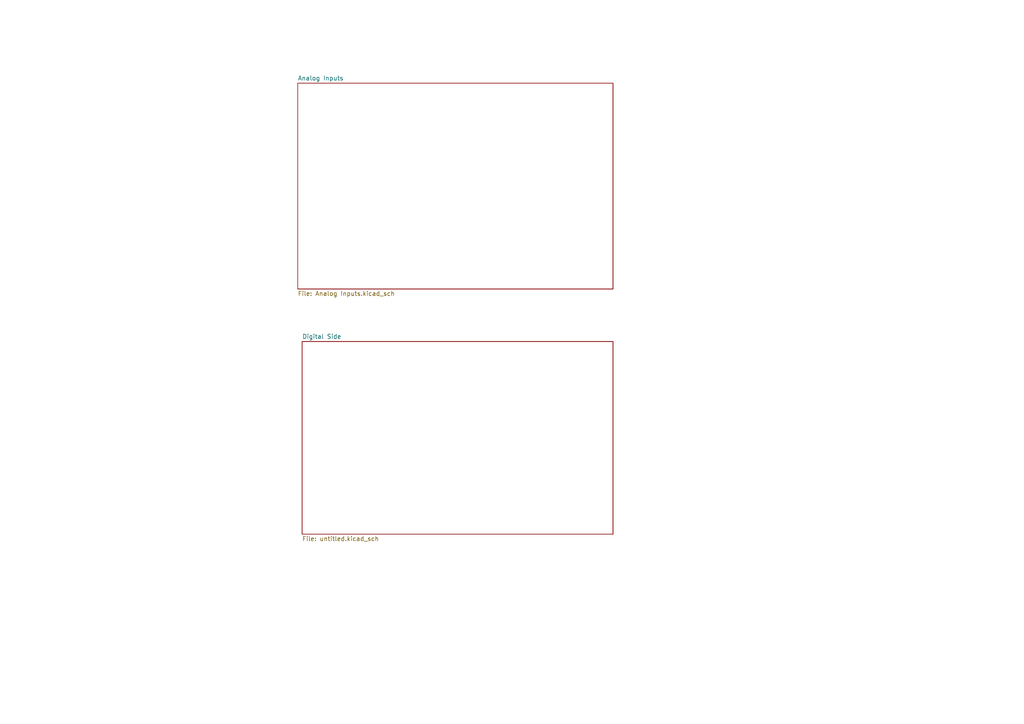
<source format=kicad_sch>
(kicad_sch
	(version 20231120)
	(generator "eeschema")
	(generator_version "8.0")
	(uuid "a7eb302b-4c0e-4e76-a448-81d60e32dc53")
	(paper "A4")
	(title_block
		(title "Sam_Sam_David_Synthesizer")
		(company "ECE 414")
	)
	(lib_symbols)
	(sheet
		(at 86.36 24.13)
		(size 91.44 59.69)
		(fields_autoplaced yes)
		(stroke
			(width 0.1524)
			(type solid)
		)
		(fill
			(color 0 0 0 0.0000)
		)
		(uuid "0a0bc6fd-dd68-4f86-827c-11be032b5776")
		(property "Sheetname" "Analog Inputs"
			(at 86.36 23.4184 0)
			(effects
				(font
					(size 1.27 1.27)
				)
				(justify left bottom)
			)
		)
		(property "Sheetfile" "Analog Inputs.kicad_sch"
			(at 86.36 84.4046 0)
			(effects
				(font
					(size 1.27 1.27)
				)
				(justify left top)
			)
		)
		(instances
			(project "ECE414_Final_Proj"
				(path "/a7eb302b-4c0e-4e76-a448-81d60e32dc53"
					(page "3")
				)
			)
		)
	)
	(sheet
		(at 87.63 99.06)
		(size 90.17 55.88)
		(fields_autoplaced yes)
		(stroke
			(width 0.1524)
			(type solid)
		)
		(fill
			(color 0 0 0 0.0000)
		)
		(uuid "1586e03b-8289-4302-a527-1727e3237aed")
		(property "Sheetname" "Digital Side"
			(at 87.63 98.3484 0)
			(effects
				(font
					(size 1.27 1.27)
				)
				(justify left bottom)
			)
		)
		(property "Sheetfile" "untitled.kicad_sch"
			(at 87.63 155.5246 0)
			(effects
				(font
					(size 1.27 1.27)
				)
				(justify left top)
			)
		)
		(instances
			(project "ECE414_Final_Proj"
				(path "/a7eb302b-4c0e-4e76-a448-81d60e32dc53"
					(page "2")
				)
			)
		)
	)
	(sheet_instances
		(path "/"
			(page "1")
		)
	)
)

</source>
